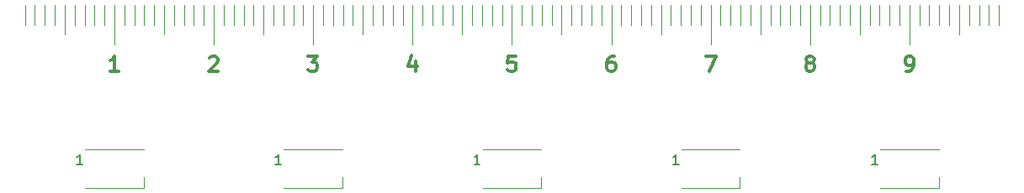
<source format=gto>
G04 #@! TF.GenerationSoftware,KiCad,Pcbnew,(5.0.1-3-g963ef8bb5)*
G04 #@! TF.CreationDate,2019-09-07T00:25:15+09:00*
G04 #@! TF.ProjectId,switch42,73776974636834322E6B696361645F70,rev?*
G04 #@! TF.SameCoordinates,Original*
G04 #@! TF.FileFunction,Legend,Top*
G04 #@! TF.FilePolarity,Positive*
%FSLAX46Y46*%
G04 Gerber Fmt 4.6, Leading zero omitted, Abs format (unit mm)*
G04 Created by KiCad (PCBNEW (5.0.1-3-g963ef8bb5)) date 2019 September 07, Saturday 00:25:15*
%MOMM*%
%LPD*%
G01*
G04 APERTURE LIST*
%ADD10C,0.300000*%
%ADD11C,0.120000*%
%ADD12C,0.150000*%
G04 APERTURE END LIST*
D10*
X150471085Y-51255571D02*
X150756800Y-51255571D01*
X150899657Y-51184142D01*
X150971085Y-51112714D01*
X151113942Y-50898428D01*
X151185371Y-50612714D01*
X151185371Y-50041285D01*
X151113942Y-49898428D01*
X151042514Y-49827000D01*
X150899657Y-49755571D01*
X150613942Y-49755571D01*
X150471085Y-49827000D01*
X150399657Y-49898428D01*
X150328228Y-50041285D01*
X150328228Y-50398428D01*
X150399657Y-50541285D01*
X150471085Y-50612714D01*
X150613942Y-50684142D01*
X150899657Y-50684142D01*
X151042514Y-50612714D01*
X151113942Y-50541285D01*
X151185371Y-50398428D01*
X140613942Y-50398428D02*
X140471085Y-50327000D01*
X140399657Y-50255571D01*
X140328228Y-50112714D01*
X140328228Y-50041285D01*
X140399657Y-49898428D01*
X140471085Y-49827000D01*
X140613942Y-49755571D01*
X140899657Y-49755571D01*
X141042514Y-49827000D01*
X141113942Y-49898428D01*
X141185371Y-50041285D01*
X141185371Y-50112714D01*
X141113942Y-50255571D01*
X141042514Y-50327000D01*
X140899657Y-50398428D01*
X140613942Y-50398428D01*
X140471085Y-50469857D01*
X140399657Y-50541285D01*
X140328228Y-50684142D01*
X140328228Y-50969857D01*
X140399657Y-51112714D01*
X140471085Y-51184142D01*
X140613942Y-51255571D01*
X140899657Y-51255571D01*
X141042514Y-51184142D01*
X141113942Y-51112714D01*
X141185371Y-50969857D01*
X141185371Y-50684142D01*
X141113942Y-50541285D01*
X141042514Y-50469857D01*
X140899657Y-50398428D01*
X130256800Y-49755571D02*
X131256800Y-49755571D01*
X130613942Y-51255571D01*
X121042514Y-49755571D02*
X120756800Y-49755571D01*
X120613942Y-49827000D01*
X120542514Y-49898428D01*
X120399657Y-50112714D01*
X120328228Y-50398428D01*
X120328228Y-50969857D01*
X120399657Y-51112714D01*
X120471085Y-51184142D01*
X120613942Y-51255571D01*
X120899657Y-51255571D01*
X121042514Y-51184142D01*
X121113942Y-51112714D01*
X121185371Y-50969857D01*
X121185371Y-50612714D01*
X121113942Y-50469857D01*
X121042514Y-50398428D01*
X120899657Y-50327000D01*
X120613942Y-50327000D01*
X120471085Y-50398428D01*
X120399657Y-50469857D01*
X120328228Y-50612714D01*
X111113942Y-49755571D02*
X110399657Y-49755571D01*
X110328228Y-50469857D01*
X110399657Y-50398428D01*
X110542514Y-50327000D01*
X110899657Y-50327000D01*
X111042514Y-50398428D01*
X111113942Y-50469857D01*
X111185371Y-50612714D01*
X111185371Y-50969857D01*
X111113942Y-51112714D01*
X111042514Y-51184142D01*
X110899657Y-51255571D01*
X110542514Y-51255571D01*
X110399657Y-51184142D01*
X110328228Y-51112714D01*
X101042514Y-50255571D02*
X101042514Y-51255571D01*
X100685371Y-49684142D02*
X100328228Y-50755571D01*
X101256800Y-50755571D01*
X90256800Y-49755571D02*
X91185371Y-49755571D01*
X90685371Y-50327000D01*
X90899657Y-50327000D01*
X91042514Y-50398428D01*
X91113942Y-50469857D01*
X91185371Y-50612714D01*
X91185371Y-50969857D01*
X91113942Y-51112714D01*
X91042514Y-51184142D01*
X90899657Y-51255571D01*
X90471085Y-51255571D01*
X90328228Y-51184142D01*
X90256800Y-51112714D01*
X80328228Y-49898428D02*
X80399657Y-49827000D01*
X80542514Y-49755571D01*
X80899657Y-49755571D01*
X81042514Y-49827000D01*
X81113942Y-49898428D01*
X81185371Y-50041285D01*
X81185371Y-50184142D01*
X81113942Y-50398428D01*
X80256800Y-51255571D01*
X81185371Y-51255571D01*
X71185371Y-51255571D02*
X70328228Y-51255571D01*
X70756800Y-51255571D02*
X70756800Y-49755571D01*
X70613942Y-49969857D01*
X70471085Y-50112714D01*
X70328228Y-50184142D01*
D11*
X159756800Y-44577000D02*
X159756800Y-46577000D01*
X158756800Y-44577000D02*
X158756800Y-46577000D01*
X157756800Y-44577000D02*
X157756800Y-46577000D01*
X156756800Y-44577000D02*
X156756800Y-46577000D01*
X155756800Y-44577000D02*
X155756800Y-47577000D01*
X154756800Y-44577000D02*
X154756800Y-46577000D01*
X153756800Y-44577000D02*
X153756800Y-46577000D01*
X152756800Y-44577000D02*
X152756800Y-46577000D01*
X151756800Y-44577000D02*
X151756800Y-46577000D01*
X150756800Y-44577000D02*
X150756800Y-48577000D01*
X149756800Y-44577000D02*
X149756800Y-46577000D01*
X148756800Y-44577000D02*
X148756800Y-46577000D01*
X147756800Y-44577000D02*
X147756800Y-46577000D01*
X146756800Y-44577000D02*
X146756800Y-46577000D01*
X145756800Y-44577000D02*
X145756800Y-47577000D01*
X144756800Y-44577000D02*
X144756800Y-46577000D01*
X143756800Y-44577000D02*
X143756800Y-46577000D01*
X142756800Y-44577000D02*
X142756800Y-46577000D01*
X141756800Y-45577000D02*
X141756800Y-46577000D01*
X141756800Y-44577000D02*
X141756800Y-45577000D01*
X140756800Y-44577000D02*
X140756800Y-48577000D01*
X139756800Y-44577000D02*
X139756800Y-46577000D01*
X138756800Y-44577000D02*
X138756800Y-46577000D01*
X137756800Y-44577000D02*
X137756800Y-46577000D01*
X136756800Y-44577000D02*
X136756800Y-46577000D01*
X135756800Y-44577000D02*
X135756800Y-47577000D01*
X134756800Y-44577000D02*
X134756800Y-46577000D01*
X133756800Y-44577000D02*
X133756800Y-46577000D01*
X132756800Y-44577000D02*
X132756800Y-46577000D01*
X131756800Y-44577000D02*
X131756800Y-46577000D01*
X130756800Y-44577000D02*
X130756800Y-48577000D01*
X129756800Y-44577000D02*
X129756800Y-46577000D01*
X128756800Y-44577000D02*
X128756800Y-46577000D01*
X127756800Y-44577000D02*
X127756800Y-46577000D01*
X126756800Y-44577000D02*
X126756800Y-46577000D01*
X125756800Y-44577000D02*
X125756800Y-47577000D01*
X124756800Y-44577000D02*
X124756800Y-46577000D01*
X123756800Y-44577000D02*
X123756800Y-46577000D01*
X122756800Y-44577000D02*
X122756800Y-46577000D01*
X121756800Y-44577000D02*
X121756800Y-46577000D01*
X120756800Y-44577000D02*
X120756800Y-48577000D01*
X119756800Y-44577000D02*
X119756800Y-46577000D01*
X118756800Y-44577000D02*
X118756800Y-46577000D01*
X117756800Y-44577000D02*
X117756800Y-46577000D01*
X116756800Y-44577000D02*
X116756800Y-46577000D01*
X115756800Y-44577000D02*
X115756800Y-47577000D01*
X114756800Y-44577000D02*
X114756800Y-46577000D01*
X113756800Y-44577000D02*
X113756800Y-46577000D01*
X112756800Y-44577000D02*
X112756800Y-46577000D01*
X111756800Y-44577000D02*
X111756800Y-46577000D01*
X110756800Y-44577000D02*
X110756800Y-48577000D01*
X109756800Y-44577000D02*
X109756800Y-46577000D01*
X108756800Y-46577000D02*
X108756800Y-44577000D01*
X107756800Y-44577000D02*
X107756800Y-46577000D01*
X106756800Y-46577000D02*
X106756800Y-44577000D01*
X105756800Y-44577000D02*
X105756800Y-47577000D01*
X104756800Y-46577000D02*
X104756800Y-44577000D01*
X103756800Y-44577000D02*
X103756800Y-46577000D01*
X102756800Y-46577000D02*
X102756800Y-44577000D01*
X101756800Y-44577000D02*
X101756800Y-46577000D01*
X100756800Y-48577000D02*
X100756800Y-44577000D01*
X99756800Y-44577000D02*
X99756800Y-46577000D01*
X98756800Y-46577000D02*
X98756800Y-44577000D01*
X97756800Y-44577000D02*
X97756800Y-46577000D01*
X96756800Y-46577000D02*
X96756800Y-44577000D01*
X95756800Y-44577000D02*
X95756800Y-47577000D01*
X94756800Y-46577000D02*
X94756800Y-44577000D01*
X93756800Y-44577000D02*
X93756800Y-46577000D01*
X92756800Y-46577000D02*
X92756800Y-44577000D01*
X91756800Y-44577000D02*
X91756800Y-46577000D01*
X90756800Y-44577000D02*
X90756800Y-48577000D01*
X89756800Y-44577000D02*
X89756800Y-46577000D01*
X88756800Y-44577000D02*
X88756800Y-46577000D01*
X87756800Y-44577000D02*
X87756800Y-46577000D01*
X86756800Y-44577000D02*
X86756800Y-46577000D01*
X85756800Y-44577000D02*
X85756800Y-47577000D01*
X84756800Y-44577000D02*
X84756800Y-46577000D01*
X83756800Y-44577000D02*
X83756800Y-46577000D01*
X82756800Y-44577000D02*
X82756800Y-46577000D01*
X81756800Y-44577000D02*
X81756800Y-46577000D01*
X80756800Y-44577000D02*
X80756800Y-48577000D01*
X79756800Y-44577000D02*
X79756800Y-46577000D01*
X78756800Y-44577000D02*
X78756800Y-46577000D01*
X77756800Y-44577000D02*
X77756800Y-46577000D01*
X76756800Y-44577000D02*
X76756800Y-46577000D01*
X75756800Y-44577000D02*
X75756800Y-47577000D01*
X74756800Y-44577000D02*
X74756800Y-46577000D01*
X73756800Y-44577000D02*
X73756800Y-46577000D01*
X72756800Y-44577000D02*
X72756800Y-46577000D01*
X71756800Y-44577000D02*
X71756800Y-46577000D01*
X70756800Y-44577000D02*
X70756800Y-48577000D01*
X69756800Y-44577000D02*
X69756800Y-46577000D01*
X68756800Y-44577000D02*
X68756800Y-46577000D01*
X67756800Y-44577000D02*
X67756800Y-46577000D01*
X66756800Y-44577000D02*
X66756800Y-46577000D01*
X65756800Y-44577000D02*
X65756800Y-47577000D01*
X64756800Y-44577000D02*
X64756800Y-46577000D01*
X63756800Y-44577000D02*
X63756800Y-46577000D01*
X62756800Y-44577000D02*
X62756800Y-46577000D01*
X61756800Y-44577000D02*
X61756800Y-46577000D01*
G04 #@! TO.C,D1*
X73706800Y-63027000D02*
X73706800Y-61952000D01*
X67806800Y-63027000D02*
X73706800Y-63027000D01*
X67806800Y-59127000D02*
X73706800Y-59127000D01*
G04 #@! TO.C,D2*
X87806800Y-59127000D02*
X93706800Y-59127000D01*
X87806800Y-63027000D02*
X93706800Y-63027000D01*
X93706800Y-63027000D02*
X93706800Y-61952000D01*
G04 #@! TO.C,D3*
X113706800Y-63027000D02*
X113706800Y-61952000D01*
X107806800Y-63027000D02*
X113706800Y-63027000D01*
X107806800Y-59127000D02*
X113706800Y-59127000D01*
G04 #@! TO.C,D4*
X127806800Y-59127000D02*
X133706800Y-59127000D01*
X127806800Y-63027000D02*
X133706800Y-63027000D01*
X133706800Y-63027000D02*
X133706800Y-61952000D01*
G04 #@! TO.C,D5*
X153706800Y-63027000D02*
X153706800Y-61952000D01*
X147806800Y-63027000D02*
X153706800Y-63027000D01*
X147806800Y-59127000D02*
X153706800Y-59127000D01*
G04 #@! TO.C,D1*
D12*
X67542514Y-60654380D02*
X66971085Y-60654380D01*
X67256800Y-60654380D02*
X67256800Y-59654380D01*
X67161561Y-59797238D01*
X67066323Y-59892476D01*
X66971085Y-59940095D01*
G04 #@! TO.C,D2*
X87542514Y-60654380D02*
X86971085Y-60654380D01*
X87256800Y-60654380D02*
X87256800Y-59654380D01*
X87161561Y-59797238D01*
X87066323Y-59892476D01*
X86971085Y-59940095D01*
G04 #@! TO.C,D3*
X107542514Y-60654380D02*
X106971085Y-60654380D01*
X107256800Y-60654380D02*
X107256800Y-59654380D01*
X107161561Y-59797238D01*
X107066323Y-59892476D01*
X106971085Y-59940095D01*
G04 #@! TO.C,D4*
X127542514Y-60654380D02*
X126971085Y-60654380D01*
X127256800Y-60654380D02*
X127256800Y-59654380D01*
X127161561Y-59797238D01*
X127066323Y-59892476D01*
X126971085Y-59940095D01*
G04 #@! TO.C,D5*
X147542514Y-60654380D02*
X146971085Y-60654380D01*
X147256800Y-60654380D02*
X147256800Y-59654380D01*
X147161561Y-59797238D01*
X147066323Y-59892476D01*
X146971085Y-59940095D01*
G04 #@! TD*
M02*

</source>
